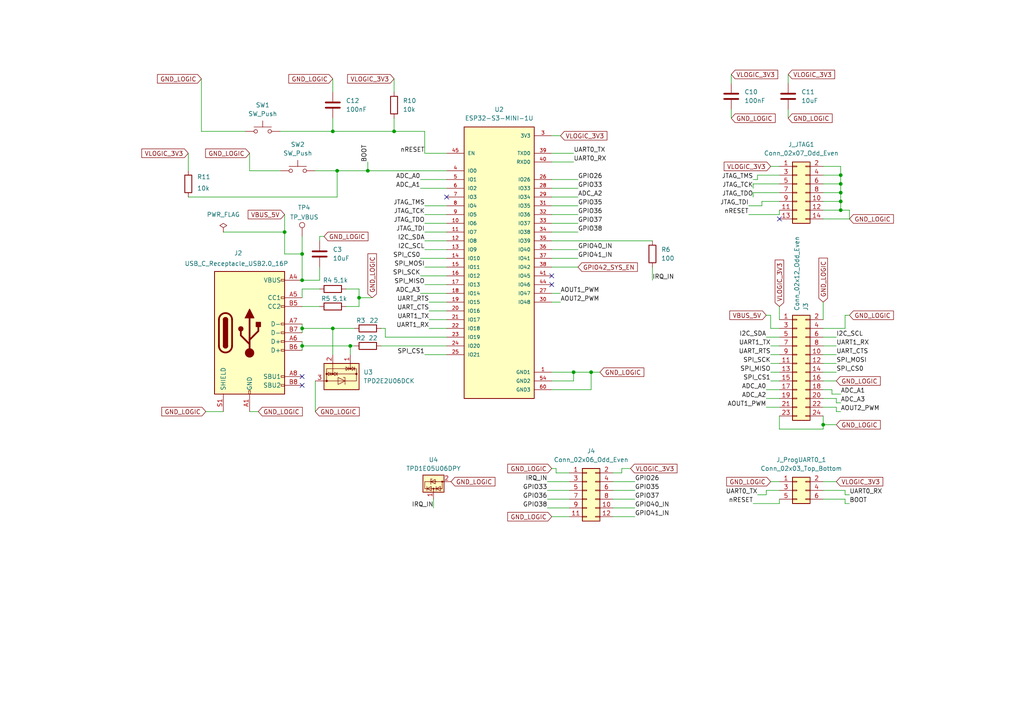
<source format=kicad_sch>
(kicad_sch (version 20250114) (generator "eeschema") (generator_version "9.0")
  (paper "A4")
  (title_block (title "02_MCU – Controller") (date "2026-01-13") (rev "A") (company "Nerd-Verlag F. Riedhammer (c) 2026"))
  (lib_symbols
    (symbol "Connector:TestPoint" (pin_numbers (hide yes)) (pin_names (offset 0.762) (hide yes))
      (property "Reference" "TP" (at 0 6.858 0))
      (property "Value" "TestPoint" (at 0 5.08 0))
      (symbol "TestPoint_0_1"
        (circle (center 0 3.302) (radius 0.762))
      )
      (symbol "TestPoint_1_1"
        (pin passive line (at 0 0 90) (length 2.54) (name "1") (number "1"))
      )
    )
    (symbol "Connector:USB_C_Receptacle_USB2.0_16P" (pin_names (offset 1.016))
      (property "Reference" "J" (at 0 22.225 0))
      (property "Value" "USB_C_Receptacle_USB2.0_16P" (at 0 19.685 0))
      (symbol "USB_C_Receptacle_USB2.0_16P_0_0"
        (rectangle (start -0.254 -17.78) (end 0.254 -16.764))
        (rectangle (start 10.16 15.494) (end 9.144 14.986))
        (rectangle (start 10.16 10.414) (end 9.144 9.906))
        (rectangle (start 10.16 7.874) (end 9.144 7.366))
        (rectangle (start 10.16 2.794) (end 9.144 2.286))
        (rectangle (start 10.16 0.254) (end 9.144 -0.254))
        (rectangle (start 10.16 -2.286) (end 9.144 -2.794))
        (rectangle (start 10.16 -4.826) (end 9.144 -5.334))
        (rectangle (start 10.16 -12.446) (end 9.144 -12.954))
        (rectangle (start 10.16 -14.986) (end 9.144 -15.494))
      )
      (symbol "USB_C_Receptacle_USB2.0_16P_0_1"
        (rectangle (start -10.16 17.78) (end 10.16 -17.78) (stroke (width 0.254)) (fill (type background)))
        (polyline (pts (xy -8.89 -3.81) (xy -8.89 3.81)) (stroke (width 0.508)))
        (rectangle (start -7.62 -3.81) (end -6.35 3.81) (stroke (width 0.254)) (fill (type outline)))
        (arc (start -7.62 3.81) (mid -6.985 4.4423) (end -6.35 3.81) (stroke (width 0.254)))
        (arc (start -7.62 3.81) (mid -6.985 4.4423) (end -6.35 3.81) (stroke (width 0.254)) (fill (type outline)))
        (arc (start -8.89 3.81) (mid -6.985 5.7067) (end -5.08 3.81) (stroke (width 0.508)))
        (arc (start -5.08 -3.81) (mid -6.985 -5.7067) (end -8.89 -3.81) (stroke (width 0.508)))
        (arc (start -6.35 -3.81) (mid -6.985 -4.4423) (end -7.62 -3.81) (stroke (width 0.254)))
        (arc (start -6.35 -3.81) (mid -6.985 -4.4423) (end -7.62 -3.81) (stroke (width 0.254)) (fill (type outline)))
        (polyline (pts (xy -5.08 3.81) (xy -5.08 -3.81)) (stroke (width 0.508)))
        (circle (center -2.54 1.143) (radius 0.635) (stroke (width 0.254)) (fill (type outline)))
        (polyline (pts (xy -1.27 4.318) (xy 0 6.858) (xy 1.27 4.318) (xy -1.27 4.318)) (stroke (width 0.254)) (fill (type outline)))
        (polyline (pts (xy 0 -2.032) (xy 2.54 0.508) (xy 2.54 1.778)) (stroke (width 0.508)))
        (polyline (pts (xy 0 -3.302) (xy -2.54 -0.762) (xy -2.54 0.508)) (stroke (width 0.508)))
        (polyline (pts (xy 0 -5.842) (xy 0 4.318)) (stroke (width 0.508)))
        (circle (center 0 -5.842) (radius 1.27) (fill (type outline)))
        (rectangle (start 1.905 1.778) (end 3.175 3.048) (stroke (width 0.254)) (fill (type outline)))
      )
      (symbol "USB_C_Receptacle_USB2.0_16P_1_1"
        (pin passive line (at -7.62 -22.86 90) (length 5.08) (name "SHIELD") (number "S1"))
        (pin passive line (at 0 -22.86 90) (length 5.08) (name "GND") (number "A1"))
        (pin passive line (at 0 -22.86 90) (length 5.08) (hide yes) (name "GND") (number "A12"))
        (pin passive line (at 0 -22.86 90) (length 5.08) (hide yes) (name "GND") (number "B1"))
        (pin passive line (at 0 -22.86 90) (length 5.08) (hide yes) (name "GND") (number "B12"))
        (pin passive line (at 15.24 15.24 180) (length 5.08) (name "VBUS") (number "A4"))
        (pin passive line (at 15.24 15.24 180) (length 5.08) (hide yes) (name "VBUS") (number "A9"))
        (pin passive line (at 15.24 15.24 180) (length 5.08) (hide yes) (name "VBUS") (number "B4"))
        (pin passive line (at 15.24 15.24 180) (length 5.08) (hide yes) (name "VBUS") (number "B9"))
        (pin bidirectional line (at 15.24 10.16 180) (length 5.08) (name "CC1") (number "A5"))
        (pin bidirectional line (at 15.24 7.62 180) (length 5.08) (name "CC2") (number "B5"))
        (pin bidirectional line (at 15.24 2.54 180) (length 5.08) (name "D-") (number "A7"))
        (pin bidirectional line (at 15.24 0 180) (length 5.08) (name "D-") (number "B7"))
        (pin bidirectional line (at 15.24 -2.54 180) (length 5.08) (name "D+") (number "A6"))
        (pin bidirectional line (at 15.24 -5.08 180) (length 5.08) (name "D+") (number "B6"))
        (pin bidirectional line (at 15.24 -12.7 180) (length 5.08) (name "SBU1") (number "A8"))
        (pin bidirectional line (at 15.24 -15.24 180) (length 5.08) (name "SBU2") (number "B8"))
      )
    )
    (symbol "Connector_Generic:Conn_02x03_Odd_Even" (pin_names (offset 1.016) (hide yes))
      (property "Reference" "J" (at 1.27 5.08 0))
      (property "Value" "Conn_02x03_Odd_Even" (at 1.27 -5.08 0))
      (symbol "Conn_02x03_Odd_Even_1_1"
        (rectangle (start -1.27 3.81) (end 3.81 -3.81) (stroke (width 0.254)) (fill (type background)))
        (rectangle (start -1.27 2.667) (end 0 2.413) (stroke (width 0.1524)))
        (rectangle (start -1.27 0.127) (end 0 -0.127) (stroke (width 0.1524)))
        (rectangle (start -1.27 -2.413) (end 0 -2.667) (stroke (width 0.1524)))
        (rectangle (start 3.81 2.667) (end 2.54 2.413) (stroke (width 0.1524)))
        (rectangle (start 3.81 0.127) (end 2.54 -0.127) (stroke (width 0.1524)))
        (rectangle (start 3.81 -2.413) (end 2.54 -2.667) (stroke (width 0.1524)))
        (pin passive line (at -5.08 2.54 0) (length 3.81) (name "Pin_1") (number "1"))
        (pin passive line (at -5.08 0 0) (length 3.81) (name "Pin_3") (number "3"))
        (pin passive line (at -5.08 -2.54 0) (length 3.81) (name "Pin_5") (number "5"))
        (pin passive line (at 7.62 2.54 180) (length 3.81) (name "Pin_2") (number "2"))
        (pin passive line (at 7.62 0 180) (length 3.81) (name "Pin_4") (number "4"))
        (pin passive line (at 7.62 -2.54 180) (length 3.81) (name "Pin_6") (number "6"))
      )
    )
    (symbol "Connector_Generic:Conn_02x06_Odd_Even" (pin_names (offset 1.016) (hide yes))
      (property "Reference" "J" (at 1.27 7.62 0))
      (property "Value" "Conn_02x06_Odd_Even" (at 1.27 -10.16 0))
      (symbol "Conn_02x06_Odd_Even_1_1"
        (rectangle (start -1.27 6.35) (end 3.81 -8.89) (stroke (width 0.254)) (fill (type background)))
        (rectangle (start -1.27 5.207) (end 0 4.953) (stroke (width 0.1524)))
        (rectangle (start -1.27 2.667) (end 0 2.413) (stroke (width 0.1524)))
        (rectangle (start -1.27 0.127) (end 0 -0.127) (stroke (width 0.1524)))
        (rectangle (start -1.27 -2.413) (end 0 -2.667) (stroke (width 0.1524)))
        (rectangle (start -1.27 -4.953) (end 0 -5.207) (stroke (width 0.1524)))
        (rectangle (start -1.27 -7.493) (end 0 -7.747) (stroke (width 0.1524)))
        (rectangle (start 3.81 5.207) (end 2.54 4.953) (stroke (width 0.1524)))
        (rectangle (start 3.81 2.667) (end 2.54 2.413) (stroke (width 0.1524)))
        (rectangle (start 3.81 0.127) (end 2.54 -0.127) (stroke (width 0.1524)))
        (rectangle (start 3.81 -2.413) (end 2.54 -2.667) (stroke (width 0.1524)))
        (rectangle (start 3.81 -4.953) (end 2.54 -5.207) (stroke (width 0.1524)))
        (rectangle (start 3.81 -7.493) (end 2.54 -7.747) (stroke (width 0.1524)))
        (pin passive line (at -5.08 5.08 0) (length 3.81) (name "Pin_1") (number "1"))
        (pin passive line (at -5.08 2.54 0) (length 3.81) (name "Pin_3") (number "3"))
        (pin passive line (at -5.08 0 0) (length 3.81) (name "Pin_5") (number "5"))
        (pin passive line (at -5.08 -2.54 0) (length 3.81) (name "Pin_7") (number "7"))
        (pin passive line (at -5.08 -5.08 0) (length 3.81) (name "Pin_9") (number "9"))
        (pin passive line (at -5.08 -7.62 0) (length 3.81) (name "Pin_11") (number "11"))
        (pin passive line (at 7.62 5.08 180) (length 3.81) (name "Pin_2") (number "2"))
        (pin passive line (at 7.62 2.54 180) (length 3.81) (name "Pin_4") (number "4"))
        (pin passive line (at 7.62 0 180) (length 3.81) (name "Pin_6") (number "6"))
        (pin passive line (at 7.62 -2.54 180) (length 3.81) (name "Pin_8") (number "8"))
        (pin passive line (at 7.62 -5.08 180) (length 3.81) (name "Pin_10") (number "10"))
        (pin passive line (at 7.62 -7.62 180) (length 3.81) (name "Pin_12") (number "12"))
      )
    )
    (symbol "Connector_Generic:Conn_02x07_Odd_Even" (pin_names (offset 1.016) (hide yes))
      (property "Reference" "J" (at 1.27 10.16 0))
      (property "Value" "Conn_02x07_Odd_Even" (at 1.27 -10.16 0))
      (symbol "Conn_02x07_Odd_Even_1_1"
        (rectangle (start -1.27 8.89) (end 3.81 -8.89) (stroke (width 0.254)) (fill (type background)))
        (rectangle (start -1.27 7.747) (end 0 7.493) (stroke (width 0.1524)))
        (rectangle (start -1.27 5.207) (end 0 4.953) (stroke (width 0.1524)))
        (rectangle (start -1.27 2.667) (end 0 2.413) (stroke (width 0.1524)))
        (rectangle (start -1.27 0.127) (end 0 -0.127) (stroke (width 0.1524)))
        (rectangle (start -1.27 -2.413) (end 0 -2.667) (stroke (width 0.1524)))
        (rectangle (start -1.27 -4.953) (end 0 -5.207) (stroke (width 0.1524)))
        (rectangle (start -1.27 -7.493) (end 0 -7.747) (stroke (width 0.1524)))
        (rectangle (start 3.81 7.747) (end 2.54 7.493) (stroke (width 0.1524)))
        (rectangle (start 3.81 5.207) (end 2.54 4.953) (stroke (width 0.1524)))
        (rectangle (start 3.81 2.667) (end 2.54 2.413) (stroke (width 0.1524)))
        (rectangle (start 3.81 0.127) (end 2.54 -0.127) (stroke (width 0.1524)))
        (rectangle (start 3.81 -2.413) (end 2.54 -2.667) (stroke (width 0.1524)))
        (rectangle (start 3.81 -4.953) (end 2.54 -5.207) (stroke (width 0.1524)))
        (rectangle (start 3.81 -7.493) (end 2.54 -7.747) (stroke (width 0.1524)))
        (pin passive line (at -5.08 7.62 0) (length 3.81) (name "Pin_1") (number "1"))
        (pin passive line (at -5.08 5.08 0) (length 3.81) (name "Pin_3") (number "3"))
        (pin passive line (at -5.08 2.54 0) (length 3.81) (name "Pin_5") (number "5"))
        (pin passive line (at -5.08 0 0) (length 3.81) (name "Pin_7") (number "7"))
        (pin passive line (at -5.08 -2.54 0) (length 3.81) (name "Pin_9") (number "9"))
        (pin passive line (at -5.08 -5.08 0) (length 3.81) (name "Pin_11") (number "11"))
        (pin passive line (at -5.08 -7.62 0) (length 3.81) (name "Pin_13") (number "13"))
        (pin passive line (at 7.62 7.62 180) (length 3.81) (name "Pin_2") (number "2"))
        (pin passive line (at 7.62 5.08 180) (length 3.81) (name "Pin_4") (number "4"))
        (pin passive line (at 7.62 2.54 180) (length 3.81) (name "Pin_6") (number "6"))
        (pin passive line (at 7.62 0 180) (length 3.81) (name "Pin_8") (number "8"))
        (pin passive line (at 7.62 -2.54 180) (length 3.81) (name "Pin_10") (number "10"))
        (pin passive line (at 7.62 -5.08 180) (length 3.81) (name "Pin_12") (number "12"))
        (pin passive line (at 7.62 -7.62 180) (length 3.81) (name "Pin_14") (number "14"))
      )
    )
    (symbol "Connector_Generic:Conn_02x12_Odd_Even" (pin_names (offset 1.016) (hide yes))
      (property "Reference" "J" (at 1.27 15.24 0))
      (property "Value" "Conn_02x12_Odd_Even" (at 1.27 -17.78 0))
      (symbol "Conn_02x12_Odd_Even_1_1"
        (rectangle (start -1.27 13.97) (end 3.81 -16.51) (stroke (width 0.254)) (fill (type background)))
        (rectangle (start -1.27 12.827) (end 0 12.573) (stroke (width 0.1524)))
        (rectangle (start -1.27 10.287) (end 0 10.033) (stroke (width 0.1524)))
        (rectangle (start -1.27 7.747) (end 0 7.493) (stroke (width 0.1524)))
        (rectangle (start -1.27 5.207) (end 0 4.953) (stroke (width 0.1524)))
        (rectangle (start -1.27 2.667) (end 0 2.413) (stroke (width 0.1524)))
        (rectangle (start -1.27 0.127) (end 0 -0.127) (stroke (width 0.1524)))
        (rectangle (start -1.27 -2.413) (end 0 -2.667) (stroke (width 0.1524)))
        (rectangle (start -1.27 -4.953) (end 0 -5.207) (stroke (width 0.1524)))
        (rectangle (start -1.27 -7.493) (end 0 -7.747) (stroke (width 0.1524)))
        (rectangle (start -1.27 -10.033) (end 0 -10.287) (stroke (width 0.1524)))
        (rectangle (start -1.27 -12.573) (end 0 -12.827) (stroke (width 0.1524)))
        (rectangle (start -1.27 -15.113) (end 0 -15.367) (stroke (width 0.1524)))
        (rectangle (start 3.81 12.827) (end 2.54 12.573) (stroke (width 0.1524)))
        (rectangle (start 3.81 10.287) (end 2.54 10.033) (stroke (width 0.1524)))
        (rectangle (start 3.81 7.747) (end 2.54 7.493) (stroke (width 0.1524)))
        (rectangle (start 3.81 5.207) (end 2.54 4.953) (stroke (width 0.1524)))
        (rectangle (start 3.81 2.667) (end 2.54 2.413) (stroke (width 0.1524)))
        (rectangle (start 3.81 0.127) (end 2.54 -0.127) (stroke (width 0.1524)))
        (rectangle (start 3.81 -2.413) (end 2.54 -2.667) (stroke (width 0.1524)))
        (rectangle (start 3.81 -4.953) (end 2.54 -5.207) (stroke (width 0.1524)))
        (rectangle (start 3.81 -7.493) (end 2.54 -7.747) (stroke (width 0.1524)))
        (rectangle (start 3.81 -10.033) (end 2.54 -10.287) (stroke (width 0.1524)))
        (rectangle (start 3.81 -12.573) (end 2.54 -12.827) (stroke (width 0.1524)))
        (rectangle (start 3.81 -15.113) (end 2.54 -15.367) (stroke (width 0.1524)))
        (pin passive line (at -5.08 12.7 0) (length 3.81) (name "Pin_1") (number "1"))
        (pin passive line (at -5.08 10.16 0) (length 3.81) (name "Pin_3") (number "3"))
        (pin passive line (at -5.08 7.62 0) (length 3.81) (name "Pin_5") (number "5"))
        (pin passive line (at -5.08 5.08 0) (length 3.81) (name "Pin_7") (number "7"))
        (pin passive line (at -5.08 2.54 0) (length 3.81) (name "Pin_9") (number "9"))
        (pin passive line (at -5.08 0 0) (length 3.81) (name "Pin_11") (number "11"))
        (pin passive line (at -5.08 -2.54 0) (length 3.81) (name "Pin_13") (number "13"))
        (pin passive line (at -5.08 -5.08 0) (length 3.81) (name "Pin_15") (number "15"))
        (pin passive line (at -5.08 -7.62 0) (length 3.81) (name "Pin_17") (number "17"))
        (pin passive line (at -5.08 -10.16 0) (length 3.81) (name "Pin_19") (number "19"))
        (pin passive line (at -5.08 -12.7 0) (length 3.81) (name "Pin_21") (number "21"))
        (pin passive line (at -5.08 -15.24 0) (length 3.81) (name "Pin_23") (number "23"))
        (pin passive line (at 7.62 12.7 180) (length 3.81) (name "Pin_2") (number "2"))
        (pin passive line (at 7.62 10.16 180) (length 3.81) (name "Pin_4") (number "4"))
        (pin passive line (at 7.62 7.62 180) (length 3.81) (name "Pin_6") (number "6"))
        (pin passive line (at 7.62 5.08 180) (length 3.81) (name "Pin_8") (number "8"))
        (pin passive line (at 7.62 2.54 180) (length 3.81) (name "Pin_10") (number "10"))
        (pin passive line (at 7.62 0 180) (length 3.81) (name "Pin_12") (number "12"))
        (pin passive line (at 7.62 -2.54 180) (length 3.81) (name "Pin_14") (number "14"))
        (pin passive line (at 7.62 -5.08 180) (length 3.81) (name "Pin_16") (number "16"))
        (pin passive line (at 7.62 -7.62 180) (length 3.81) (name "Pin_18") (number "18"))
        (pin passive line (at 7.62 -10.16 180) (length 3.81) (name "Pin_20") (number "20"))
        (pin passive line (at 7.62 -12.7 180) (length 3.81) (name "Pin_22") (number "22"))
        (pin passive line (at 7.62 -15.24 180) (length 3.81) (name "Pin_24") (number "24"))
      )
    )
    (symbol "Device:C" (pin_numbers (hide yes)) (pin_names (offset 0.254))
      (property "Reference" "C" (at 0.635 2.54 0))
      (property "Value" "C" (at 0.635 -2.54 0))
      (symbol "C_0_1"
        (polyline (pts (xy -2.032 0.762) (xy 2.032 0.762)) (stroke (width 0.508)))
        (polyline (pts (xy -2.032 -0.762) (xy 2.032 -0.762)) (stroke (width 0.508)))
      )
      (symbol "C_1_1"
        (pin passive line (at 0 3.81 270) (length 2.794) (name "~") (number "1"))
        (pin passive line (at 0 -3.81 90) (length 2.794) (name "~") (number "2"))
      )
    )
    (symbol "Device:R" (pin_numbers (hide yes)) (pin_names (offset 0))
      (property "Reference" "R" (at 2.032 0 90))
      (property "Value" "R" (at 0 0 90))
      (symbol "R_0_1"
        (rectangle (start -1.016 -2.54) (end 1.016 2.54) (stroke (width 0.254)))
      )
      (symbol "R_1_1"
        (pin passive line (at 0 3.81 270) (length 1.27) (name "~") (number "1"))
        (pin passive line (at 0 -3.81 90) (length 1.27) (name "~") (number "2"))
      )
    )
    (symbol "ESP32-S3-MINI-1U-N8:ESP32-S3-MINI-1U-N8" (pin_names (offset 1.016))
      (property "Reference" "U" (at -10.16 38.862 0))
      (property "Value" "ESP32-S3-MINI-1U-N8" (at -10.16 -43.18 0))
      (symbol "ESP32-S3-MINI-1U-N8_0_0"
        (rectangle (start -10.16 -40.64) (end 10.16 38.1) (stroke (width 0.254)) (fill (type background)))
        (pin input line (at -15.24 30.48 0) (length 5.08) (name "EN") (number "45"))
        (pin bidirectional line (at -15.24 25.4 0) (length 5.08) (name "IO0") (number "4"))
        (pin bidirectional line (at -15.24 22.86 0) (length 5.08) (name "IO1") (number "5"))
        (pin bidirectional line (at -15.24 20.32 0) (length 5.08) (name "IO2") (number "6"))
        (pin bidirectional line (at -15.24 17.78 0) (length 5.08) (name "IO3") (number "7"))
        (pin bidirectional line (at -15.24 15.24 0) (length 5.08) (name "IO4") (number "8"))
        (pin bidirectional line (at -15.24 12.7 0) (length 5.08) (name "IO5") (number "9"))
        (pin bidirectional line (at -15.24 10.16 0) (length 5.08) (name "IO6") (number "10"))
        (pin bidirectional line (at -15.24 7.62 0) (length 5.08) (name "IO7") (number "11"))
        (pin bidirectional line (at -15.24 5.08 0) (length 5.08) (name "IO8") (number "12"))
        (pin bidirectional line (at -15.24 2.54 0) (length 5.08) (name "IO9") (number "13"))
        (pin bidirectional line (at -15.24 0 0) (length 5.08) (name "IO10") (number "14"))
        (pin bidirectional line (at -15.24 -2.54 0) (length 5.08) (name "IO11") (number "15"))
        (pin bidirectional line (at -15.24 -5.08 0) (length 5.08) (name "IO12") (number "16"))
        (pin bidirectional line (at -15.24 -7.62 0) (length 5.08) (name "IO13") (number "17"))
        (pin bidirectional line (at -15.24 -10.16 0) (length 5.08) (name "IO14") (number "18"))
        (pin bidirectional line (at -15.24 -12.7 0) (length 5.08) (name "IO15") (number "19"))
        (pin bidirectional line (at -15.24 -15.24 0) (length 5.08) (name "IO16") (number "20"))
        (pin bidirectional line (at -15.24 -17.78 0) (length 5.08) (name "IO17") (number "21"))
        (pin bidirectional line (at -15.24 -20.32 0) (length 5.08) (name "IO18") (number "22"))
        (pin bidirectional line (at -15.24 -22.86 0) (length 5.08) (name "IO19") (number "23"))
        (pin bidirectional line (at -15.24 -25.4 0) (length 5.08) (name "IO20") (number "24"))
        (pin bidirectional line (at -15.24 -27.94 0) (length 5.08) (name "IO21") (number "25"))
        (pin power_in line (at 15.24 35.56 180) (length 5.08) (name "3V3") (number "3"))
        (pin bidirectional line (at 15.24 30.48 180) (length 5.08) (name "TXD0") (number "39"))
        (pin bidirectional line (at 15.24 27.94 180) (length 5.08) (name "RXD0") (number "40"))
        (pin bidirectional line (at 15.24 22.86 180) (length 5.08) (name "IO26") (number "26"))
        (pin bidirectional line (at 15.24 20.32 180) (length 5.08) (name "IO33") (number "28"))
        (pin bidirectional line (at 15.24 17.78 180) (length 5.08) (name "IO34") (number "29"))
        (pin bidirectional line (at 15.24 15.24 180) (length 5.08) (name "IO35") (number "31"))
        (pin bidirectional line (at 15.24 12.7 180) (length 5.08) (name "IO36") (number "32"))
        (pin bidirectional line (at 15.24 10.16 180) (length 5.08) (name "IO37") (number "33"))
        (pin bidirectional line (at 15.24 7.62 180) (length 5.08) (name "IO38") (number "34"))
        (pin bidirectional line (at 15.24 5.08 180) (length 5.08) (name "IO39") (number "35"))
        (pin bidirectional line (at 15.24 2.54 180) (length 5.08) (name "IO40") (number "36"))
        (pin bidirectional line (at 15.24 0 180) (length 5.08) (name "IO41") (number "37"))
        (pin bidirectional line (at 15.24 -2.54 180) (length 5.08) (name "IO42") (number "38"))
        (pin bidirectional line (at 15.24 -5.08 180) (length 5.08) (name "IO45") (number "41"))
        (pin bidirectional line (at 15.24 -7.62 180) (length 5.08) (name "IO46") (number "44"))
        (pin bidirectional line (at 15.24 -10.16 180) (length 5.08) (name "IO47") (number "27"))
        (pin bidirectional line (at 15.24 -12.7 180) (length 5.08) (name "IO48") (number "30"))
        (pin power_in line (at 15.24 -33.02 180) (length 5.08) (name "GND1") (number "1"))
        (pin power_in line (at 15.24 -33.02 180) (length 5.08) (hide yes) (name "GND1") (number "2"))
        (pin power_in line (at 15.24 -33.02 180) (length 5.08) (hide yes) (name "GND1") (number "42"))
        (pin power_in line (at 15.24 -33.02 180) (length 5.08) (hide yes) (name "GND1") (number "43"))
        (pin power_in line (at 15.24 -33.02 180) (length 5.08) (hide yes) (name "GND1") (number "46"))
        (pin power_in line (at 15.24 -33.02 180) (length 5.08) (hide yes) (name "GND1") (number "47"))
        (pin power_in line (at 15.24 -33.02 180) (length 5.08) (hide yes) (name "GND1") (number "48"))
        (pin power_in line (at 15.24 -33.02 180) (length 5.08) (hide yes) (name "GND1") (number "49"))
        (pin power_in line (at 15.24 -33.02 180) (length 5.08) (hide yes) (name "GND1") (number "50"))
        (pin power_in line (at 15.24 -33.02 180) (length 5.08) (hide yes) (name "GND1") (number "51"))
        (pin power_in line (at 15.24 -33.02 180) (length 5.08) (hide yes) (name "GND1") (number "52"))
        (pin power_in line (at 15.24 -33.02 180) (length 5.08) (hide yes) (name "GND1") (number "53"))
        (pin power_in line (at 15.24 -35.56 180) (length 5.08) (name "GND2") (number "54"))
        (pin power_in line (at 15.24 -35.56 180) (length 5.08) (hide yes) (name "GND2") (number "55"))
        (pin power_in line (at 15.24 -35.56 180) (length 5.08) (hide yes) (name "GND2") (number "56"))
        (pin power_in line (at 15.24 -35.56 180) (length 5.08) (hide yes) (name "GND2") (number "57"))
        (pin power_in line (at 15.24 -35.56 180) (length 5.08) (hide yes) (name "GND2") (number "58"))
        (pin power_in line (at 15.24 -35.56 180) (length 5.08) (hide yes) (name "GND2") (number "59"))
        (pin power_in line (at 15.24 -35.56 180) (length 5.08) (hide yes) (name "GND2") (number "62"))
        (pin power_in line (at 15.24 -35.56 180) (length 5.08) (hide yes) (name "GND2") (number "63"))
        (pin power_in line (at 15.24 -35.56 180) (length 5.08) (hide yes) (name "GND2") (number "64"))
        (pin power_in line (at 15.24 -35.56 180) (length 5.08) (hide yes) (name "GND2") (number "65"))
        (pin power_in line (at 15.24 -38.1 180) (length 5.08) (name "GND3") (number "60"))
        (pin power_in line (at 15.24 -38.1 180) (length 5.08) (hide yes) (name "GND3") (number "61_1"))
        (pin power_in line (at 15.24 -38.1 180) (length 5.08) (hide yes) (name "GND3") (number "61_2"))
        (pin power_in line (at 15.24 -38.1 180) (length 5.08) (hide yes) (name "GND3") (number "61_3"))
        (pin power_in line (at 15.24 -38.1 180) (length 5.08) (hide yes) (name "GND3") (number "61_4"))
        (pin power_in line (at 15.24 -38.1 180) (length 5.08) (hide yes) (name "GND3") (number "61_5"))
        (pin power_in line (at 15.24 -38.1 180) (length 5.08) (hide yes) (name "GND3") (number "61_6"))
        (pin power_in line (at 15.24 -38.1 180) (length 5.08) (hide yes) (name "GND3") (number "61_7"))
        (pin power_in line (at 15.24 -38.1 180) (length 5.08) (hide yes) (name "GND3") (number "61_8"))
        (pin power_in line (at 15.24 -38.1 180) (length 5.08) (hide yes) (name "GND3") (number "61_9"))
      )
    )
    (symbol "Power_Protection:TPD1E05U06DPY" (pin_names (offset 0) (hide yes))
      (property "Reference" "U" (at -2.54 3.175 0))
      (property "Value" "TPD1E05U06DPY" (at 1.27 3.175 0))
      (symbol "TPD1E05U06DPY_0_1"
        (rectangle (start -3.048 1.905) (end 3.048 -3.048) (stroke (width 0.254)) (fill (type background)))
        (polyline (pts (xy -2.54 -2.032) (xy -2.54 0)))
        (polyline (pts (xy -1.905 -2.032) (xy -0.635 -1.397) (xy -0.635 -2.667) (xy -1.905 -2.032)))
        (polyline (pts (xy -1.905 -2.667) (xy -1.905 -1.397)))
        (polyline (pts (xy -1.016 0) (xy -2.54 0)))
        (polyline (pts (xy -0.762 0.762) (xy -0.762 0.762)))
        (polyline (pts (xy -0.762 0) (xy 0.508 0.635) (xy 0.508 -0.635) (xy -0.762 0)))
        (polyline (pts (xy -0.762 -0.762) (xy -0.762 0.762)))
        (polyline (pts (xy -0.635 -2.032) (xy -2.54 -2.032)))
        (polyline (pts (xy -0.635 -2.032) (xy 0.635 -2.032)))
        (polyline (pts (xy -0.381 0.762) (xy -0.762 0.762)))
        (circle (center 0 -2.032) (radius 0.2032) (fill (type outline)))
        (polyline (pts (xy 0 -2.54) (xy 0 -2.032)))
        (polyline (pts (xy 0.762 -2.032) (xy 2.032 -1.397) (xy 2.032 -2.667) (xy 0.762 -2.032)))
        (polyline (pts (xy 0.762 -2.667) (xy 0.762 -1.397)))
        (polyline (pts (xy 0.889 0) (xy -1.016 0)))
        (polyline (pts (xy 0.889 0) (xy -1.016 0)))
        (polyline (pts (xy 0.889 0) (xy 2.54 0)))
        (circle (center 2.54 0) (radius 0.2032) (fill (type outline)))
        (polyline (pts (xy 2.54 -2.032) (xy 0.635 -2.032)))
        (polyline (pts (xy 2.54 -2.032) (xy 0.635 -2.032)))
        (polyline (pts (xy 2.54 -2.032) (xy 2.54 0)))
      )
      (symbol "TPD1E05U06DPY_1_1"
        (pin passive line (at 0 -5.08 90) (length 2.54) (name "I/O") (number "1"))
        (pin power_in line (at 5.08 0 180) (length 2.54) (name "GND") (number "2"))
      )
    )
    (symbol "Power_Protection:TPD2E2U06DCK"
      (property "Reference" "U" (at -3.81 6.35 0))
      (property "Value" "TPD2E2U06DCK" (at 0.508 -6.35 0))
      (symbol "TPD2E2U06DCK_0_1"
        (rectangle (start -5.08 5.08) (end 2.54 -5.08) (stroke (width 0.254)) (fill (type background)))
        (rectangle (start -3.556 4.318) (end 0 -4.318))
        (polyline (pts (xy -3.556 3.81) (xy -4.064 3.048) (xy -3.048 3.048) (xy -3.556 3.81)))
        (circle (center -3.556 2.54) (radius 0.254) (fill (type outline)))
        (polyline (pts (xy -3.556 2.54) (xy -5.08 2.54)))
        (polyline (pts (xy -3.556 2.032) (xy -4.064 1.27) (xy -3.048 1.27) (xy -3.556 2.032)))
        (polyline (pts (xy -3.048 3.81) (xy -4.064 3.81)))
        (polyline (pts (xy -3.048 2.032) (xy -4.064 2.032)))
        (circle (center -2.032 4.318) (radius 0.254) (fill (type outline)))
        (polyline (pts (xy -2.032 -1.27) (xy -2.54 -2.032) (xy -1.524 -2.032) (xy -2.032 -1.27)))
        (circle (center -2.032 -2.54) (radius 0.254) (fill (type outline)))
        (polyline (pts (xy -2.032 -2.54) (xy -5.08 -2.54)))
        (polyline (pts (xy -2.032 -3.048) (xy -2.54 -3.81) (xy -1.524 -3.81) (xy -2.032 -3.048)))
        (circle (center -2.032 -4.318) (radius 0.254) (fill (type outline)))
        (polyline (pts (xy -2.032 -4.318) (xy -2.032 4.318)))
        (polyline (pts (xy -1.524 -1.27) (xy -2.54 -1.27)))
        (polyline (pts (xy -1.524 -3.048) (xy -2.54 -3.048)))
        (polyline (pts (xy 0 1.016) (xy 1.016 -1.016) (xy -1.016 -1.016) (xy 0 1.016)))
        (polyline (pts (xy 0 -4.318) (xy 0 -5.08)))
        (circle (center 0 -4.318) (radius 0.254) (fill (type outline)))
        (polyline (pts (xy 1.016 1.016) (xy -1.016 1.016) (xy -1.016 0.508)))
      )
      (symbol "TPD2E2U06DCK_1_1"
        (pin passive line (at -7.62 2.54 0) (length 2.54) (name "~") (number "1"))
        (pin passive line (at -7.62 -2.54 0) (length 2.54) (name "~") (number "2"))
        (pin passive line (at 0 -7.62 90) (length 2.54) (name "~") (number "3"))
      )
    )
    (symbol "Switch:SW_Push" (pin_numbers (hide yes)) (pin_names (offset 1.016) (hide yes))
      (property "Reference" "SW" (at 1.27 2.54 0))
      (property "Value" "SW_Push" (at 0 -1.524 0))
      (symbol "SW_Push_0_1"
        (circle (center -2.032 0) (radius 0.508))
        (polyline (pts (xy 0 1.27) (xy 0 3.048)))
        (circle (center 2.032 0) (radius 0.508))
        (polyline (pts (xy 2.54 1.27) (xy -2.54 1.27)))
        (pin passive line (at -5.08 0 0) (length 2.54) (name "1") (number "1"))
        (pin passive line (at 5.08 0 180) (length 2.54) (name "2") (number "2"))
      )
    )
    (symbol "power:PWR_FLAG" (power) (pin_numbers (hide yes)) (pin_names (offset 0) (hide yes))
      (property "Value" "PWR_FLAG" (at 0 3.81 0))
      (symbol "PWR_FLAG_0_0"
        (pin power_out line (at 0 0 90) (length 0) (name "~") (number "1"))
      )
      (symbol "PWR_FLAG_0_1"
        (polyline (pts (xy 0 0) (xy 0 1.27) (xy -1.016 1.905) (xy 0 2.54) (xy 1.016 1.905) (xy 0 1.27)))
      )
    )
  )
  (junction (at 243.84 58.42))
  (junction (at 82.55 67.31))
  (junction (at 87.63 95.25))
  (junction (at 243.84 60.96))
  (junction (at 97.79 49.53))
  (junction (at 243.84 50.8))
  (junction (at 96.52 95.25))
  (junction (at 87.63 81.28))
  (junction (at 87.63 100.33))
  (junction (at 114.3 38.1))
  (junction (at 96.52 38.1))
  (junction (at 243.84 53.34))
  (junction (at 87.63 73.66))
  (junction (at 243.84 55.88))
  (junction (at 101.6 100.33))
  (junction (at 104.14 86.36))
  (junction (at 171.45 107.95))
  (junction (at 106.68 49.53))
  (junction (at 238.76 123.19))
  (junction (at 166.37 107.95))
  (no_connect (at 87.63 111.76))
  (no_connect (at 129.54 57.15))
  (no_connect (at 160.02 80.01))
  (no_connect (at 87.63 109.22))
  (no_connect (at 226.06 63.5))
  (no_connect (at 160.02 82.55))
  (wire (pts (xy 242.57 105.41) (xy 238.76 105.41)))
  (wire (pts (xy 228.6 21.59) (xy 228.6 24.13)))
  (wire (pts (xy 184.15 144.78) (xy 177.8 144.78)))
  (wire (pts (xy 242.57 97.79) (xy 238.76 97.79)))
  (wire (pts (xy 121.92 52.07) (xy 129.54 52.07)))
  (wire (pts (xy 123.19 72.39) (xy 129.54 72.39)))
  (wire (pts (xy 87.63 88.9) (xy 92.71 88.9)))
  (wire (pts (xy 218.44 57.15) (xy 218.44 55.88)))
  (wire (pts (xy 173.99 107.95) (xy 171.45 107.95)))
  (wire (pts (xy 246.38 60.96) (xy 243.84 60.96)))
  (wire (pts (xy 219.71 52.07) (xy 219.71 50.8)))
  (wire (pts (xy 111.76 97.79) (xy 129.54 97.79)))
  (wire (pts (xy 243.84 55.88) (xy 243.84 58.42)))
  (wire (pts (xy 171.45 113.03) (xy 171.45 107.95)))
  (wire (pts (xy 114.3 34.29) (xy 114.3 38.1)))
  (wire (pts (xy 223.52 48.26) (xy 226.06 48.26)))
  (wire (pts (xy 226.06 146.05) (xy 226.06 144.78)))
  (wire (pts (xy 184.15 142.24) (xy 177.8 142.24)))
  (wire (pts (xy 243.84 53.34) (xy 243.84 55.88)))
  (wire (pts (xy 106.68 49.53) (xy 129.54 49.53)))
  (wire (pts (xy 184.15 149.86) (xy 177.8 149.86)))
  (wire (pts (xy 114.3 22.86) (xy 114.3 26.67)))
  (wire (pts (xy 226.06 120.65) (xy 226.06 124.46)))
  (wire (pts (xy 96.52 34.29) (xy 96.52 38.1)))
  (wire (pts (xy 91.44 49.53) (xy 97.79 49.53)))
  (wire (pts (xy 184.15 147.32) (xy 177.8 147.32)))
  (wire (pts (xy 110.49 100.33) (xy 129.54 100.33)))
  (wire (pts (xy 238.76 55.88) (xy 243.84 55.88)))
  (wire (pts (xy 167.64 64.77) (xy 160.02 64.77)))
  (wire (pts (xy 238.76 63.5) (xy 246.38 63.5)))
  (wire (pts (xy 219.71 143.51) (xy 222.25 143.51)))
  (wire (pts (xy 161.29 137.16) (xy 165.1 137.16)))
  (wire (pts (xy 104.14 83.82) (xy 104.14 86.36)))
  (wire (pts (xy 242.57 139.7) (xy 238.76 139.7)))
  (wire (pts (xy 96.52 95.25) (xy 102.87 95.25)))
  (wire (pts (xy 58.42 22.86) (xy 58.42 38.1)))
  (wire (pts (xy 123.19 67.31) (xy 129.54 67.31)))
  (wire (pts (xy 242.57 102.87) (xy 238.76 102.87)))
  (wire (pts (xy 123.19 44.45) (xy 129.54 44.45)))
  (wire (pts (xy 242.57 115.57) (xy 238.76 115.57)))
  (wire (pts (xy 228.6 34.29) (xy 228.6 31.75)))
  (wire (pts (xy 241.3 114.3) (xy 241.3 113.03)))
  (wire (pts (xy 121.92 54.61) (xy 129.54 54.61)))
  (wire (pts (xy 167.64 77.47) (xy 160.02 77.47)))
  (wire (pts (xy 226.06 100.33) (xy 223.52 100.33)))
  (wire (pts (xy 223.52 139.7) (xy 226.06 139.7)))
  (wire (pts (xy 220.98 58.42) (xy 226.06 58.42)))
  (wire (pts (xy 238.76 87.63) (xy 238.76 92.71)))
  (wire (pts (xy 223.52 91.44) (xy 223.52 95.25)))
  (wire (pts (xy 101.6 100.33) (xy 102.87 100.33)))
  (wire (pts (xy 82.55 67.31) (xy 82.55 73.66)))
  (wire (pts (xy 218.44 55.88) (xy 226.06 55.88)))
  (wire (pts (xy 100.33 83.82) (xy 104.14 83.82)))
  (wire (pts (xy 114.3 38.1) (xy 123.19 38.1)))
  (wire (pts (xy 91.44 119.38) (xy 91.44 110.49)))
  (wire (pts (xy 97.79 57.15) (xy 97.79 49.53)))
  (wire (pts (xy 160.02 69.85) (xy 189.23 69.85)))
  (wire (pts (xy 110.49 95.25) (xy 111.76 95.25)))
  (wire (pts (xy 226.06 97.79) (xy 222.25 97.79)))
  (wire (pts (xy 242.57 107.95) (xy 238.76 107.95)))
  (wire (pts (xy 124.46 90.17) (xy 129.54 90.17)))
  (wire (pts (xy 160.02 149.86) (xy 165.1 149.86)))
  (wire (pts (xy 101.6 100.33) (xy 101.6 102.87)))
  (wire (pts (xy 82.55 73.66) (xy 87.63 73.66)))
  (wire (pts (xy 222.25 113.03) (xy 226.06 113.03)))
  (wire (pts (xy 167.64 62.23) (xy 160.02 62.23)))
  (wire (pts (xy 87.63 93.98) (xy 87.63 95.25)))
  (wire (pts (xy 124.46 92.71) (xy 129.54 92.71)))
  (wire (pts (xy 220.98 59.69) (xy 220.98 58.42)))
  (wire (pts (xy 158.75 142.24) (xy 165.1 142.24)))
  (wire (pts (xy 160.02 135.89) (xy 161.29 135.89)))
  (wire (pts (xy 162.56 85.09) (xy 160.02 85.09)))
  (wire (pts (xy 96.52 95.25) (xy 96.52 102.87)))
  (wire (pts (xy 167.64 72.39) (xy 160.02 72.39)))
  (wire (pts (xy 92.71 68.58) (xy 92.71 69.85)))
  (wire (pts (xy 182.88 135.89) (xy 180.34 135.89)))
  (wire (pts (xy 87.63 95.25) (xy 96.52 95.25)))
  (wire (pts (xy 58.42 38.1) (xy 71.12 38.1)))
  (wire (pts (xy 121.92 74.93) (xy 129.54 74.93)))
  (wire (pts (xy 180.34 137.16) (xy 177.8 137.16)))
  (wire (pts (xy 167.64 54.61) (xy 160.02 54.61)))
  (wire (pts (xy 54.61 44.45) (xy 54.61 49.53)))
  (wire (pts (xy 212.09 21.59) (xy 212.09 24.13)))
  (wire (pts (xy 158.75 139.7) (xy 165.1 139.7)))
  (wire (pts (xy 124.46 95.25) (xy 129.54 95.25)))
  (wire (pts (xy 184.15 139.7) (xy 177.8 139.7)))
  (wire (pts (xy 217.17 59.69) (xy 220.98 59.69)))
  (wire (pts (xy 242.57 116.84) (xy 242.57 115.57)))
  (wire (pts (xy 243.84 58.42) (xy 243.84 60.96)))
  (wire (pts (xy 218.44 146.05) (xy 226.06 146.05)))
  (wire (pts (xy 121.92 85.09) (xy 129.54 85.09)))
  (wire (pts (xy 123.19 59.69) (xy 129.54 59.69)))
  (wire (pts (xy 167.64 67.31) (xy 160.02 67.31)))
  (wire (pts (xy 223.52 105.41) (xy 226.06 105.41)))
  (wire (pts (xy 222.25 118.11) (xy 226.06 118.11)))
  (wire (pts (xy 167.64 57.15) (xy 160.02 57.15)))
  (wire (pts (xy 64.77 67.31) (xy 82.55 67.31)))
  (wire (pts (xy 243.84 116.84) (xy 242.57 116.84)))
  (wire (pts (xy 222.25 142.24) (xy 226.06 142.24)))
  (wire (pts (xy 87.63 83.82) (xy 87.63 86.36)))
  (wire (pts (xy 160.02 113.03) (xy 171.45 113.03)))
  (wire (pts (xy 59.69 119.38) (xy 64.77 119.38)))
  (wire (pts (xy 223.52 110.49) (xy 226.06 110.49)))
  (wire (pts (xy 217.17 62.23) (xy 226.06 62.23)))
  (wire (pts (xy 245.11 146.05) (xy 245.11 144.78)))
  (wire (pts (xy 104.14 86.36) (xy 104.14 88.9)))
  (wire (pts (xy 242.57 123.19) (xy 238.76 123.19)))
  (wire (pts (xy 92.71 81.28) (xy 92.71 77.47)))
  (wire (pts (xy 223.52 95.25) (xy 226.06 95.25)))
  (wire (pts (xy 87.63 100.33) (xy 87.63 101.6)))
  (wire (pts (xy 242.57 100.33) (xy 238.76 100.33)))
  (wire (pts (xy 158.75 144.78) (xy 165.1 144.78)))
  (wire (pts (xy 81.28 38.1) (xy 96.52 38.1)))
  (wire (pts (xy 242.57 119.38) (xy 242.57 118.11)))
  (wire (pts (xy 238.76 48.26) (xy 243.84 48.26)))
  (wire (pts (xy 158.75 147.32) (xy 165.1 147.32)))
  (wire (pts (xy 218.44 52.07) (xy 219.71 52.07)))
  (wire (pts (xy 162.56 39.37) (xy 160.02 39.37)))
  (wire (pts (xy 123.19 64.77) (xy 129.54 64.77)))
  (wire (pts (xy 242.57 118.11) (xy 238.76 118.11)))
  (wire (pts (xy 87.63 95.25) (xy 87.63 96.52)))
  (wire (pts (xy 246.38 143.51) (xy 245.11 143.51)))
  (wire (pts (xy 93.98 68.58) (xy 92.71 68.58)))
  (wire (pts (xy 212.09 34.29) (xy 212.09 31.75)))
  (wire (pts (xy 243.84 50.8) (xy 243.84 53.34)))
  (wire (pts (xy 72.39 49.53) (xy 81.28 49.53)))
  (wire (pts (xy 92.71 83.82) (xy 87.63 83.82)))
  (wire (pts (xy 180.34 135.89) (xy 180.34 137.16)))
  (wire (pts (xy 104.14 88.9) (xy 100.33 88.9)))
  (wire (pts (xy 226.06 88.9) (xy 226.06 92.71)))
  (wire (pts (xy 166.37 110.49) (xy 166.37 107.95)))
  (wire (pts (xy 222.25 143.51) (xy 222.25 142.24)))
  (wire (pts (xy 245.11 95.25) (xy 238.76 95.25)))
  (wire (pts (xy 219.71 50.8) (xy 226.06 50.8)))
  (wire (pts (xy 166.37 46.99) (xy 160.02 46.99)))
  (wire (pts (xy 87.63 100.33) (xy 87.63 99.06)))
  (wire (pts (xy 166.37 107.95) (xy 160.02 107.95)))
  (wire (pts (xy 87.63 73.66) (xy 87.63 81.28)))
  (wire (pts (xy 123.19 62.23) (xy 129.54 62.23)))
  (wire (pts (xy 241.3 113.03) (xy 238.76 113.03)))
  (wire (pts (xy 222.25 91.44) (xy 223.52 91.44)))
  (wire (pts (xy 243.84 114.3) (xy 241.3 114.3)))
  (wire (pts (xy 123.19 38.1) (xy 123.19 44.45)))
  (wire (pts (xy 245.11 91.44) (xy 245.11 95.25)))
  (wire (pts (xy 74.93 119.38) (xy 72.39 119.38)))
  (wire (pts (xy 125.73 147.32) (xy 125.73 144.78)))
  (wire (pts (xy 226.06 62.23) (xy 226.06 60.96)))
  (wire (pts (xy 96.52 38.1) (xy 114.3 38.1)))
  (wire (pts (xy 238.76 60.96) (xy 243.84 60.96)))
  (wire (pts (xy 162.56 87.63) (xy 160.02 87.63)))
  (wire (pts (xy 238.76 120.65) (xy 238.76 123.19)))
  (wire (pts (xy 245.11 142.24) (xy 238.76 142.24)))
  (wire (pts (xy 245.11 144.78) (xy 238.76 144.78)))
  (wire (pts (xy 246.38 146.05) (xy 245.11 146.05)))
  (wire (pts (xy 82.55 62.23) (xy 82.55 67.31)))
  (wire (pts (xy 87.63 81.28) (xy 92.71 81.28)))
  (wire (pts (xy 223.52 107.95) (xy 226.06 107.95)))
  (wire (pts (xy 189.23 81.28) (xy 189.23 77.47)))
  (wire (pts (xy 218.44 54.61) (xy 218.44 53.34)))
  (wire (pts (xy 111.76 95.25) (xy 111.76 97.79)))
  (wire (pts (xy 246.38 91.44) (xy 245.11 91.44)))
  (wire (pts (xy 106.68 46.99) (xy 106.68 49.53)))
  (wire (pts (xy 167.64 52.07) (xy 160.02 52.07)))
  (wire (pts (xy 167.64 59.69) (xy 160.02 59.69)))
  (wire (pts (xy 167.64 74.93) (xy 160.02 74.93)))
  (wire (pts (xy 107.95 86.36) (xy 104.14 86.36)))
  (wire (pts (xy 243.84 119.38) (xy 242.57 119.38)))
  (wire (pts (xy 166.37 44.45) (xy 160.02 44.45)))
  (wire (pts (xy 87.63 100.33) (xy 101.6 100.33)))
  (wire (pts (xy 245.11 143.51) (xy 245.11 142.24)))
  (wire (pts (xy 87.63 68.58) (xy 87.63 73.66)))
  (wire (pts (xy 54.61 57.15) (xy 97.79 57.15)))
  (wire (pts (xy 226.06 102.87) (xy 223.52 102.87)))
  (wire (pts (xy 123.19 102.87) (xy 129.54 102.87)))
  (wire (pts (xy 246.38 60.96) (xy 246.38 63.5)))
  (wire (pts (xy 161.29 135.89) (xy 161.29 137.16)))
  (wire (pts (xy 218.44 53.34) (xy 226.06 53.34)))
  (wire (pts (xy 238.76 123.19) (xy 238.76 124.46)))
  (wire (pts (xy 123.19 82.55) (xy 129.54 82.55)))
  (wire (pts (xy 96.52 22.86) (xy 96.52 26.67)))
  (wire (pts (xy 160.02 110.49) (xy 166.37 110.49)))
  (wire (pts (xy 222.25 115.57) (xy 226.06 115.57)))
  (wire (pts (xy 123.19 69.85) (xy 129.54 69.85)))
  (wire (pts (xy 238.76 53.34) (xy 243.84 53.34)))
  (wire (pts (xy 226.06 124.46) (xy 238.76 124.46)))
  (wire (pts (xy 97.79 49.53) (xy 106.68 49.53)))
  (wire (pts (xy 238.76 50.8) (xy 243.84 50.8)))
  (wire (pts (xy 171.45 107.95) (xy 166.37 107.95)))
  (wire (pts (xy 124.46 87.63) (xy 129.54 87.63)))
  (wire (pts (xy 72.39 44.45) (xy 72.39 49.53)))
  (wire (pts (xy 242.57 110.49) (xy 238.76 110.49)))
  (wire (pts (xy 121.92 80.01) (xy 129.54 80.01)))
  (wire (pts (xy 238.76 58.42) (xy 243.84 58.42)))
  (wire (pts (xy 243.84 48.26) (xy 243.84 50.8)))
  (wire (pts (xy 123.19 77.47) (xy 129.54 77.47)))
  (label "ADC_A1" (at 121.92 54.61 180))
  (label "JTAG_TDO" (at 123.19 64.77 180))
  (label "GPIO41_IN" (at 184.15 149.86 0))
  (label "ADC_A2" (at 167.64 57.15 0))
  (label "I2C_SCL" (at 242.57 97.79 0))
  (label "GPIO26" (at 167.64 52.07 0))
  (label "nRESET" (at 218.44 146.05 180))
  (label "BOOT" (at 106.68 46.99 90))
  (label "IRQ_IN" (at 125.73 147.32 180))
  (label "GPIO40_IN" (at 167.64 72.39 0))
  (label "AOUT1_PWM" (at 162.56 85.09 0))
  (label "UART_CTS" (at 124.46 90.17 180))
  (label "GPIO35" (at 184.15 142.24 0))
  (label "JTAG_TDO" (at 218.44 57.15 180))
  (label "I2C_SCL" (at 123.19 72.39 180))
  (label "JTAG_TCK" (at 123.19 62.23 180))
  (label "UART1_RX" (at 124.46 95.25 180))
  (label "IRQ_IN" (at 189.23 81.28 0))
  (label "GPIO33" (at 158.75 142.24 180))
  (label "UART_CTS" (at 242.57 102.87 0))
  (label "GPIO40_IN" (at 184.15 147.32 0))
  (label "JTAG_TDI" (at 123.19 67.31 180))
  (label "SPI_CS1" (at 123.19 102.87 180))
  (label "ADC_A3" (at 121.92 85.09 180))
  (label "UART1_TX" (at 124.46 92.71 180))
  (label "AOUT1_PWM" (at 222.25 118.11 180))
  (label "ADC_A3" (at 243.84 116.84 0))
  (label "ADC_A0" (at 121.92 52.07 180))
  (label "GPIO36" (at 158.75 144.78 180))
  (label "ADC_A1" (at 243.84 114.3 0))
  (label "GPIO37" (at 184.15 144.78 0))
  (label "GPIO38" (at 167.64 67.31 0))
  (label "GPIO41_IN" (at 167.64 74.93 0))
  (label "SPI_CS0" (at 242.57 107.95 0))
  (label "JTAG_TCK" (at 218.44 54.61 180))
  (label "GPIO26" (at 184.15 139.7 0))
  (label "ADC_A0" (at 222.25 113.03 180))
  (label "UART_RTS" (at 124.46 87.63 180))
  (label "UART0_RX" (at 166.37 46.99 0))
  (label "GPIO37" (at 167.64 64.77 0))
  (label "AOUT2_PWM" (at 162.56 87.63 0))
  (label "SPI_SCK" (at 121.92 80.01 180))
  (label "GPIO38" (at 158.75 147.32 180))
  (label "GPIO36" (at 167.64 62.23 0))
  (label "JTAG_TMS" (at 218.44 52.07 180))
  (label "IRQ_IN" (at 158.75 139.7 180))
  (label "nRESET" (at 123.19 44.45 180))
  (label "SPI_CS1" (at 223.52 110.49 180))
  (label "UART_RTS" (at 223.52 102.87 180))
  (label "UART0_TX" (at 219.71 143.51 180))
  (label "JTAG_TDI" (at 217.17 59.69 180))
  (label "JTAG_TMS" (at 123.19 59.69 180))
  (label "I2C_SDA" (at 123.19 69.85 180))
  (label "GPIO33" (at 167.64 54.61 0))
  (label "UART1_RX" (at 242.57 100.33 0))
  (label "SPI_MOSI" (at 123.19 77.47 180))
  (label "GPIO35" (at 167.64 59.69 0))
  (label "I2C_SDA" (at 222.25 97.79 180))
  (label "SPI_MISO" (at 223.52 107.95 180))
  (label "UART0_RX" (at 246.38 143.51 0))
  (label "UART1_TX" (at 223.52 100.33 180))
  (label "BOOT" (at 246.38 146.05 0))
  (label "ADC_A2" (at 222.25 115.57 180))
  (label "SPI_CS0" (at 121.92 74.93 180))
  (label "SPI_SCK" (at 223.52 105.41 180))
  (label "UART0_TX" (at 166.37 44.45 0))
  (label "SPI_MISO" (at 123.19 82.55 180))
  (label "nRESET" (at 217.17 62.23 180))
  (label "SPI_MOSI" (at 242.57 105.41 0))
  (label "AOUT2_PWM" (at 243.84 119.38 0))
  (global_label "GND_LOGIC" (shape input) (at 96.52 22.86 180) (property "Intersheetrefs" "${INTERSHEET_REFS}" (effects (hide yes))))
  (global_label "VLOGIC_3V3" (shape input) (at 228.6 21.59 0) (property "Intersheetrefs" "${INTERSHEET_REFS}" (effects (hide yes))))
  (global_label "GND_LOGIC" (shape input) (at 160.02 149.86 180) (property "Intersheetrefs" "${INTERSHEET_REFS}" (effects (hide yes))))
  (global_label "GND_LOGIC" (shape input) (at 72.39 44.45 180) (property "Intersheetrefs" "${INTERSHEET_REFS}" (effects (hide yes))))
  (global_label "GND_LOGIC" (shape input) (at 223.52 139.7 180) (property "Intersheetrefs" "${INTERSHEET_REFS}" (effects (hide yes))))
  (global_label "VLOGIC_3V3" (shape input) (at 54.61 44.45 180) (property "Intersheetrefs" "${INTERSHEET_REFS}" (effects (hide yes))))
  (global_label "GND_LOGIC" (shape input) (at 74.93 119.38 0) (property "Intersheetrefs" "${INTERSHEET_REFS}" (effects (hide yes))))
  (global_label "GND_LOGIC" (shape input) (at 242.57 123.19 0) (property "Intersheetrefs" "${INTERSHEET_REFS}" (effects (hide yes))))
  (global_label "GND_LOGIC" (shape input) (at 173.99 107.95 0) (property "Intersheetrefs" "${INTERSHEET_REFS}" (effects (hide yes))))
  (global_label "GPIO42_SYS_EN" (shape input) (at 167.64 77.47 0) (property "Intersheetrefs" "${INTERSHEET_REFS}" (effects (hide yes))))
  (global_label "GND_LOGIC" (shape input) (at 246.38 63.5 0) (property "Intersheetrefs" "${INTERSHEET_REFS}" (effects (hide yes))))
  (global_label "GND_LOGIC" (shape input) (at 242.57 110.49 0) (property "Intersheetrefs" "${INTERSHEET_REFS}" (effects (hide yes))))
  (global_label "GND_LOGIC" (shape input) (at 91.44 119.38 0) (property "Intersheetrefs" "${INTERSHEET_REFS}" (effects (hide yes))))
  (global_label "VLOGIC_3V3" (shape input) (at 226.06 88.9 90) (property "Intersheetrefs" "${INTERSHEET_REFS}" (effects (hide yes))))
  (global_label "VBUS_5V" (shape input) (at 82.55 62.23 180) (property "Intersheetrefs" "${INTERSHEET_REFS}" (effects (hide yes))))
  (global_label "GND_LOGIC" (shape input) (at 107.95 86.36 90) (property "Intersheetrefs" "${INTERSHEET_REFS}" (effects (hide yes))))
  (global_label "VLOGIC_3V3" (shape input) (at 212.09 21.59 0) (property "Intersheetrefs" "${INTERSHEET_REFS}" (effects (hide yes))))
  (global_label "GND_LOGIC" (shape input) (at 212.09 34.29 0) (property "Intersheetrefs" "${INTERSHEET_REFS}" (effects (hide yes))))
  (global_label "GND_LOGIC" (shape input) (at 59.69 119.38 180) (property "Intersheetrefs" "${INTERSHEET_REFS}" (effects (hide yes))))
  (global_label "GND_LOGIC" (shape input) (at 93.98 68.58 0) (property "Intersheetrefs" "${INTERSHEET_REFS}" (effects (hide yes))))
  (global_label "VLOGIC_3V3" (shape input) (at 223.52 48.26 180) (property "Intersheetrefs" "${INTERSHEET_REFS}" (effects (hide yes))))
  (global_label "VLOGIC_3V3" (shape input) (at 242.57 139.7 0) (property "Intersheetrefs" "${INTERSHEET_REFS}" (effects (hide yes))))
  (global_label "VLOGIC_3V3" (shape input) (at 182.88 135.89 0) (property "Intersheetrefs" "${INTERSHEET_REFS}" (effects (hide yes))))
  (global_label "GND_LOGIC" (shape input) (at 228.6 34.29 0) (property "Intersheetrefs" "${INTERSHEET_REFS}" (effects (hide yes))))
  (global_label "VBUS_5V" (shape input) (at 222.25 91.44 180) (property "Intersheetrefs" "${INTERSHEET_REFS}" (effects (hide yes))))
  (global_label "VLOGIC_3V3" (shape input) (at 114.3 22.86 180) (property "Intersheetrefs" "${INTERSHEET_REFS}" (effects (hide yes))))
  (global_label "GND_LOGIC" (shape input) (at 238.76 87.63 90) (property "Intersheetrefs" "${INTERSHEET_REFS}" (effects (hide yes))))
  (global_label "GND_LOGIC" (shape input) (at 130.81 139.7 0) (property "Intersheetrefs" "${INTERSHEET_REFS}" (effects (hide yes))))
  (global_label "VLOGIC_3V3" (shape input) (at 162.56 39.37 0) (property "Intersheetrefs" "${INTERSHEET_REFS}" (effects (hide yes))))
  (global_label "GND_LOGIC" (shape input) (at 246.38 91.44 0) (property "Intersheetrefs" "${INTERSHEET_REFS}" (effects (hide yes))))
  (global_label "GND_LOGIC" (shape input) (at 58.42 22.86 180) (property "Intersheetrefs" "${INTERSHEET_REFS}" (effects (hide yes))))
  (global_label "GND_LOGIC" (shape input) (at 160.02 135.89 180) (property "Intersheetrefs" "${INTERSHEET_REFS}" (effects (hide yes))))
  (symbol (lib_id "Device:R") (at 106.68 95.25 90) (unit 1)
    (property "Reference" "R3" (at 104.648 92.964 90))
    (property "Value" "22" (at 108.458 92.964 90))
    (property "Footprint" "Resistor_SMD:R_0603_1608Metric" (effects (hide yes)))
    (property "Description" "Resistor" (effects (hide yes)))
  )
  (symbol (lib_id "Connector_Generic:Conn_02x07_Odd_Even") (at 231.14 55.88 0) (unit 1)
    (property "Reference" "J_JTAG1" (at 232.41 41.91 0))
    (property "Value" "Conn_02x07_Odd_Even" (at 232.41 44.45 0))
    (property "Footprint" "Connector_IDC:IDC-Header_2x07_P2.54mm_Vertical" (effects (hide yes)))
    (property "Description" "Generic connector, double row, 02x07, odd/even pin numbering scheme (row 1 odd numbers, row 2 even numbers), script generated (kicad-library-utils/schlib/autogen/connector/)" (effects (hide yes)))
  )
  (symbol (lib_id "Connector_Generic:Conn_02x12_Odd_Even") (at 231.14 105.41 0) (unit 1)
    (property "Reference" "J3" (at 233.6801 90.17 90) (effects (justify left)))
    (property "Value" "Conn_02x12_Odd_Even" (at 231.1401 90.17 90) (effects (justify left)))
    (property "Footprint" "Connector_PinHeader_2.54mm:PinHeader_2x12_P2.54mm_Vertical" (effects (hide yes)))
    (property "Description" "Generic connector, double row, 02x12, odd/even pin numbering scheme (row 1 odd numbers, row 2 even numbers), script generated (kicad-library-utils/schlib/autogen/connector/)" (effects (hide yes)))
  )
  (symbol (lib_id "Connector:TestPoint") (at 87.63 68.58 0) (unit 1)
    (property "Reference" "TP4" (at 86.36 60.198 0) (effects (justify left)))
    (property "Value" "TP_VBUS" (at 84.074 62.992 0) (effects (justify left)))
    (property "Footprint" "TestPoint:TestPoint_Pad_D1.0mm" (effects (hide yes)))
    (property "Description" "test point" (effects (hide yes)))
  )
  (symbol (lib_id "Device:C") (at 228.6 27.94 0) (unit 1)
    (property "Reference" "C11" (at 232.41 26.6699 0) (effects (justify left)))
    (property "Value" "10uF" (at 232.41 29.2099 0) (effects (justify left)))
    (property "Footprint" "Capacitor_SMD:C_0805_2012Metric" (effects (hide yes)))
    (property "Description" "Unpolarized capacitor" (effects (hide yes)))
  )
  (symbol (lib_id "Power_Protection:TPD1E05U06DPY") (at 125.73 139.7 0) (unit 1)
    (property "Reference" "U4" (at 125.73 133.35 0))
    (property "Value" "TPD1E05U06DPY" (at 125.73 135.89 0))
    (property "Footprint" "Package_SON:Texas_DPY0002A_0.6x1mm_P0.65mm" (effects (hide yes)))
    (property "Datasheet" "https://www.ti.com/lit/ds/symlink/tpd1e05u06.pdf" (effects (hide yes)))
    (property "Description" "1-Channel ESD Protection for Super-Speed USB 3.0 Interface, X1SON-2" (effects (hide yes)))
  )
  (symbol (lib_id "Switch:SW_Push") (at 86.36 49.53 0) (unit 1)
    (property "Reference" "SW2" (at 86.36 41.91 0))
    (property "Value" "SW_Push" (at 86.36 44.45 0))
    (property "Footprint" "Button_Switch_SMD:SW_SPST_TL3342" (effects (hide yes)))
    (property "Description" "Push button switch, generic, two pins" (effects (hide yes)))
  )
  (symbol (lib_id "Power_Protection:TPD2E2U06DCK") (at 99.06 110.49 270) (unit 1)
    (property "Reference" "U3" (at 105.41 107.9499 90) (effects (justify left)))
    (property "Value" "TPD2E2U06DCK" (at 105.41 110.4899 90) (effects (justify left)))
    (property "Footprint" "Package_TO_SOT_SMD:SOT-323_SC-70" (effects (hide yes)))
    (property "Datasheet" "http://www.ti.com/lit/ds/symlink/tpd2e2u06.pdf" (effects (hide yes)))
    (property "Description" "Dual-Channel High-Speed ESD Protection, SC-70" (effects (hide yes)))
  )
  (symbol (lib_id "Connector:USB_C_Receptacle_USB2.0_16P") (at 72.39 96.52 0) (unit 1)
    (property "Reference" "J2" (at 69.088 73.406 0))
    (property "Value" "USB_C_Receptacle_USB2.0_16P" (at 68.58 76.454 0))
    (property "Footprint" "Connector_USB:USB_C_Receptacle_Amphenol_124019772112A" (effects (hide yes)))
    (property "Datasheet" "https://www.usb.org/sites/default/files/documents/usb_type-c.zip" (effects (hide yes)))
    (property "Description" "USB 2.0-only 16P Type-C Receptacle connector" (effects (hide yes)))
  )
  (symbol (lib_id "Device:R") (at 189.23 73.66 0) (unit 1)
    (property "Reference" "R6" (at 191.77 72.3899 0) (effects (justify left)))
    (property "Value" "100" (at 191.77 74.9299 0) (effects (justify left)))
    (property "Footprint" "Resistor_SMD:R_0603_1608Metric" (effects (hide yes)))
    (property "Description" "Resistor" (effects (hide yes)))
  )
  (symbol (lib_id "Device:C") (at 96.52 30.48 0) (unit 1)
    (property "Reference" "C12" (at 100.33 29.2099 0) (effects (justify left)))
    (property "Value" "100nF" (at 100.33 31.7499 0) (effects (justify left)))
    (property "Footprint" "Capacitor_SMD:C_0603_1608Metric" (effects (hide yes)))
    (property "Description" "Unpolarized capacitor" (effects (hide yes)))
  )
  (symbol (lib_id "Device:R") (at 114.3 30.48 0) (unit 1)
    (property "Reference" "R10" (at 116.84 29.2099 0) (effects (justify left)))
    (property "Value" "10k" (at 116.84 31.7499 0) (effects (justify left)))
    (property "Footprint" "Resistor_SMD:R_0603_1608Metric" (effects (hide yes)))
    (property "Description" "Resistor" (effects (hide yes)))
  )
  (symbol (lib_id "Switch:SW_Push") (at 76.2 38.1 0) (unit 1)
    (property "Reference" "SW1" (at 76.2 30.48 0))
    (property "Value" "SW_Push" (at 76.2 33.02 0))
    (property "Footprint" "Button_Switch_SMD:SW_SPST_TL3342" (effects (hide yes)))
    (property "Description" "Push button switch, generic, two pins" (effects (hide yes)))
  )
  (symbol (lib_id "ESP32-S3-MINI-1U-N8:ESP32-S3-MINI-1U-N8") (at 144.78 74.93 0) (unit 1)
    (property "Reference" "U2" (at 144.78 31.75 0))
    (property "Value" "ESP32-S3-MINI-1U" (at 144.78 34.29 0))
    (property "Footprint" "ESP32-S3-MINI-1U-N8:XCVR_ESP32-S3-MINI-1U-N8" (effects (hide yes)))
    (property "Datasheet" "https://www.espressif.com/sites/default/files/documentation/esp32-s3-mini-1_mini-1u_datasheet_en.pdf" (effects (hide yes)))
    (property "Description" "RF Module, ESP32-S3 SoC, Wi-Fi 802.11b/g/n, Bluetooth, BLE, 32-bit, 3.3V, SMD, external antenna" (effects (hide yes)))
    (property "MF" "Espressif Systems" (effects (hide yes)))
    (property "MAXIMUM_PACKAGE_HEIGHT" "2.55 mm" (effects (hide yes)))
    (property "Package" "VFQFN-56 Espressif Systems" (effects (hide yes)))
    (property "Price" "None" (effects (hide yes)))
    (property "Check_prices" "https://www.snapeda.com/parts/ESP32-S3-MINI-1U-N8/Espressif+Systems/view-part/?ref=eda" (effects (hide yes)))
    (property "STANDARD" "Manufacturer recommendations" (effects (hide yes)))
    (property "PARTREV" "1.2" (effects (hide yes)))
    (property "SnapEDA_Link" "https://www.snapeda.com/parts/ESP32-S3-MINI-1U-N8/Espressif+Systems/view-part/?ref=snap" (effects (hide yes)))
    (property "MP" "ESP32-S3-MINI-1U-N8" (effects (hide yes)))
    (property "Purchase-URL" "https://www.snapeda.com/api/url_track_click_mouser/?unipart_id=12369244&manufacturer=Espressif Systems&part_name=ESP32-S3-MINI-1U-N8&search_term=None" (effects (hide yes)))
    (property "Description_1" "Bluetooth, WiFi 802.11b/g/n, Bluetooth v5.0 Transceiver Module 2.4GHz Antenna Not Included, U.FL Surface Mount" (effects (hide yes)))
    (property "Availability" "In Stock" (effects (hide yes)))
    (property "MANUFACTURER" "Espressif Systems" (effects (hide yes)))
  )
  (symbol (lib_id "Connector_Generic:Conn_02x06_Odd_Even") (at 170.18 142.24 0) (unit 1)
    (property "Reference" "J4" (at 171.45 130.81 0))
    (property "Value" "Conn_02x06_Odd_Even" (at 171.45 133.35 0))
    (property "Footprint" "Connector_PinHeader_2.54mm:PinHeader_2x06_P2.54mm_Vertical" (effects (hide yes)))
    (property "Description" "Generic connector, double row, 02x06, odd/even pin numbering scheme (row 1 odd numbers, row 2 even numbers), script generated (kicad-library-utils/schlib/autogen/connector/)" (effects (hide yes)))
  )
  (symbol (lib_id "Device:R") (at 96.52 83.82 90) (unit 1)
    (property "Reference" "R4" (at 94.996 81.28 90))
    (property "Value" "5,1k" (at 98.806 81.28 90))
    (property "Footprint" "Resistor_SMD:R_0603_1608Metric" (effects (hide yes)))
    (property "Description" "Resistor" (effects (hide yes)))
  )
  (symbol (lib_id "Device:R") (at 96.52 88.9 90) (unit 1)
    (property "Reference" "R5" (at 94.488 86.614 90))
    (property "Value" "5,1k" (at 98.552 86.614 90))
    (property "Footprint" "Resistor_SMD:R_0603_1608Metric" (effects (hide yes)))
    (property "Description" "Resistor" (effects (hide yes)))
  )
  (symbol (lib_id "Device:R") (at 54.61 53.34 0) (unit 1)
    (property "Reference" "R11" (at 57.15 51.308 0) (effects (justify left)))
    (property "Value" "10k" (at 57.15 54.6099 0) (effects (justify left)))
    (property "Footprint" "Resistor_SMD:R_0603_1608Metric" (effects (hide yes)))
    (property "Description" "Resistor" (effects (hide yes)))
  )
  (symbol (lib_id "Device:R") (at 106.68 100.33 90) (unit 1)
    (property "Reference" "R2" (at 104.648 98.044 90))
    (property "Value" "22" (at 108.204 98.044 90))
    (property "Footprint" "Resistor_SMD:R_0603_1608Metric" (effects (hide yes)))
    (property "Description" "Resistor" (effects (hide yes)))
  )
  (symbol (lib_id "Device:C") (at 212.09 27.94 0) (unit 1)
    (property "Reference" "C10" (at 215.9 26.6699 0) (effects (justify left)))
    (property "Value" "100nF" (at 215.9 29.2099 0) (effects (justify left)))
    (property "Footprint" "Capacitor_SMD:C_0603_1608Metric" (effects (hide yes)))
    (property "Description" "Unpolarized capacitor" (effects (hide yes)))
  )
  (symbol (lib_id "power:PWR_FLAG") (at 64.77 67.31 0) (unit 1)
    (property "Reference" "#FLG01" (effects (hide yes)))
    (property "Value" "PWR_FLAG" (at 64.77 62.23 0))
    (property "Description" "Special symbol for telling ERC where power comes from" (effects (hide yes)))
  )
  (symbol (lib_id "Connector_Generic:Conn_02x03_Odd_Even") (at 231.14 142.24 0) (unit 1)
    (property "Reference" "J_ProgUART0_1" (at 232.41 133.35 0))
    (property "Value" "Conn_02x03_Top_Bottom" (at 232.41 135.89 0))
    (property "Footprint" "Connector_IDC:IDC-Header_2x03_P2.54mm_Vertical" (effects (hide yes)))
    (property "Description" "Generic connector, double row, 02x03, odd/even pin numbering scheme (row 1 odd numbers, row 2 even numbers), script generated (kicad-library-utils/schlib/autogen/connector/)" (effects (hide yes)))
  )
  (symbol (lib_id "Device:C") (at 92.71 73.66 0) (unit 1)
    (property "Reference" "C3" (at 96.52 72.3899 0) (effects (justify left)))
    (property "Value" "10uF" (at 96.52 74.9299 0) (effects (justify left)))
    (property "Footprint" "Capacitor_SMD:C_0805_2012Metric" (effects (hide yes)))
    (property "Description" "Unpolarized capacitor" (effects (hide yes)))
  )
)
</source>
